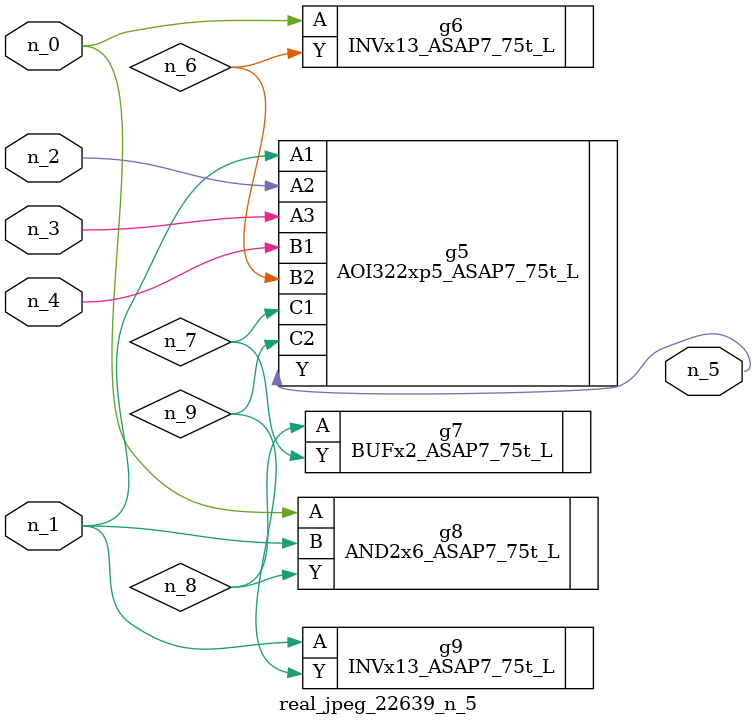
<source format=v>
module real_jpeg_22639_n_5 (n_4, n_0, n_1, n_2, n_3, n_5);

input n_4;
input n_0;
input n_1;
input n_2;
input n_3;

output n_5;

wire n_8;
wire n_6;
wire n_7;
wire n_9;

INVx13_ASAP7_75t_L g6 ( 
.A(n_0),
.Y(n_6)
);

AND2x6_ASAP7_75t_L g8 ( 
.A(n_0),
.B(n_1),
.Y(n_8)
);

AOI322xp5_ASAP7_75t_L g5 ( 
.A1(n_1),
.A2(n_2),
.A3(n_3),
.B1(n_4),
.B2(n_6),
.C1(n_7),
.C2(n_9),
.Y(n_5)
);

INVx13_ASAP7_75t_L g9 ( 
.A(n_1),
.Y(n_9)
);

BUFx2_ASAP7_75t_L g7 ( 
.A(n_8),
.Y(n_7)
);


endmodule
</source>
